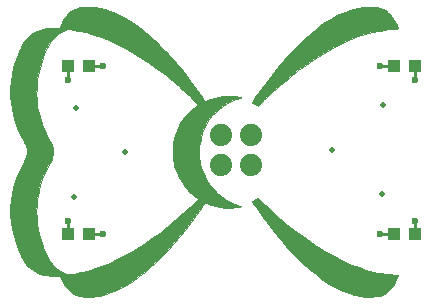
<source format=gbr>
G04 #@! TF.GenerationSoftware,KiCad,Pcbnew,5.1.2*
G04 #@! TF.CreationDate,2019-06-28T20:41:13-07:00*
G04 #@! TF.ProjectId,bow-tie.svg.2019_06_28_19_52_47.0,626f772d-7469-4652-9e73-76672e323031,rev?*
G04 #@! TF.SameCoordinates,Original*
G04 #@! TF.FileFunction,Copper,L1,Top*
G04 #@! TF.FilePolarity,Positive*
%FSLAX46Y46*%
G04 Gerber Fmt 4.6, Leading zero omitted, Abs format (unit mm)*
G04 Created by KiCad (PCBNEW 5.1.2) date 2019-06-28 20:41:13*
%MOMM*%
%LPD*%
G04 APERTURE LIST*
%ADD10C,0.010000*%
%ADD11C,0.500000*%
%ADD12C,1.879600*%
%ADD13R,0.998220X0.998220*%
%ADD14C,0.600000*%
%ADD15C,0.250000*%
G04 APERTURE END LIST*
D10*
G36*
X-11640514Y12293325D02*
G01*
X-11486597Y12287813D01*
X-11364592Y12278105D01*
X-10925502Y12209740D01*
X-10481969Y12103531D01*
X-10033335Y11959130D01*
X-9578946Y11776194D01*
X-9118143Y11554375D01*
X-8650272Y11293328D01*
X-8174675Y10992708D01*
X-7690695Y10652169D01*
X-7197677Y10271364D01*
X-6694965Y9849948D01*
X-6604167Y9770433D01*
X-6481752Y9659610D01*
X-6335990Y9522771D01*
X-6172086Y9365153D01*
X-5995246Y9191994D01*
X-5810675Y9008533D01*
X-5623578Y8820007D01*
X-5439163Y8631654D01*
X-5262633Y8448711D01*
X-5099195Y8276418D01*
X-4954054Y8120011D01*
X-4856159Y8011583D01*
X-4286774Y7351080D01*
X-3723578Y6659104D01*
X-3174916Y5946462D01*
X-2649132Y5223961D01*
X-2204442Y4577292D01*
X-2142285Y4485997D01*
X-2087528Y4408783D01*
X-2044742Y4351851D01*
X-2018499Y4321407D01*
X-2013343Y4318000D01*
X-1986472Y4326198D01*
X-1932533Y4347768D01*
X-1862818Y4378177D01*
X-1857516Y4380575D01*
X-1539001Y4506275D01*
X-1193171Y4608524D01*
X-829008Y4685658D01*
X-455492Y4736017D01*
X-81603Y4757938D01*
X169333Y4755711D01*
X290697Y4748889D01*
X424720Y4737664D01*
X563551Y4723092D01*
X699333Y4706224D01*
X824214Y4688114D01*
X930339Y4669815D01*
X1009854Y4652379D01*
X1054618Y4637021D01*
X1051619Y4624044D01*
X1011403Y4605423D01*
X938384Y4583200D01*
X938201Y4583152D01*
X585083Y4470282D01*
X229953Y4319882D01*
X-120452Y4135841D01*
X-459395Y3922048D01*
X-780139Y3682392D01*
X-1075945Y3420762D01*
X-1076655Y3420077D01*
X-1378005Y3099890D01*
X-1647530Y2752974D01*
X-1883848Y2382016D01*
X-2085575Y1989706D01*
X-2251330Y1578730D01*
X-2379731Y1151777D01*
X-2469238Y712526D01*
X-2487079Y562867D01*
X-2499507Y383267D01*
X-2506522Y184617D01*
X-2508128Y-22197D01*
X-2504324Y-226285D01*
X-2495115Y-416758D01*
X-2480500Y-582729D01*
X-2469019Y-666750D01*
X-2396898Y-1037789D01*
X-2304236Y-1382263D01*
X-2187144Y-1712525D01*
X-2041731Y-2040931D01*
X-2026689Y-2071698D01*
X-1812889Y-2458394D01*
X-1565096Y-2821382D01*
X-1285620Y-3158731D01*
X-976771Y-3468507D01*
X-640859Y-3748779D01*
X-280195Y-3997613D01*
X102910Y-4213078D01*
X506148Y-4393242D01*
X915704Y-4532840D01*
X988271Y-4556388D01*
X1037360Y-4577189D01*
X1055489Y-4591873D01*
X1053287Y-4594864D01*
X1012646Y-4608025D01*
X938096Y-4624284D01*
X837829Y-4642321D01*
X720039Y-4660815D01*
X592919Y-4678446D01*
X464661Y-4693894D01*
X391583Y-4701469D01*
X42999Y-4718280D01*
X-322906Y-4704927D01*
X-695460Y-4663007D01*
X-1063992Y-4594115D01*
X-1417831Y-4499846D01*
X-1746250Y-4381819D01*
X-1836427Y-4344739D01*
X-1914444Y-4313196D01*
X-1970538Y-4291107D01*
X-1992429Y-4283074D01*
X-2010835Y-4288661D01*
X-2040523Y-4316068D01*
X-2083845Y-4368279D01*
X-2143157Y-4448280D01*
X-2220811Y-4559055D01*
X-2289814Y-4660151D01*
X-2750949Y-5323547D01*
X-3222462Y-5967927D01*
X-3702343Y-6591066D01*
X-4188585Y-7190736D01*
X-4679178Y-7764711D01*
X-5172114Y-8310764D01*
X-5665385Y-8826668D01*
X-6156982Y-9310197D01*
X-6644897Y-9759124D01*
X-7127122Y-10171222D01*
X-7588250Y-10534196D01*
X-8075235Y-10883853D01*
X-8553580Y-11193031D01*
X-9024655Y-11462382D01*
X-9489831Y-11692561D01*
X-9950477Y-11884222D01*
X-10407962Y-12038017D01*
X-10863658Y-12154601D01*
X-11070167Y-12195397D01*
X-11179824Y-12210768D01*
X-11320335Y-12223983D01*
X-11482575Y-12234778D01*
X-11657419Y-12242887D01*
X-11835742Y-12248046D01*
X-12008421Y-12249992D01*
X-12166330Y-12248460D01*
X-12300344Y-12243186D01*
X-12401105Y-12233938D01*
X-12668452Y-12185328D01*
X-12903859Y-12117300D01*
X-13114249Y-12027230D01*
X-13306542Y-11912491D01*
X-13370987Y-11865915D01*
X-13547121Y-11712496D01*
X-13718502Y-11524822D01*
X-13879568Y-11310964D01*
X-14024760Y-11078993D01*
X-14148518Y-10836979D01*
X-14242751Y-10600483D01*
X-14280383Y-10489771D01*
X-14627900Y-10484624D01*
X-14866748Y-10478067D01*
X-15096690Y-10465961D01*
X-15309573Y-10448968D01*
X-15497245Y-10427750D01*
X-15651554Y-10402968D01*
X-15663333Y-10400624D01*
X-15982104Y-10314675D01*
X-16285869Y-10189940D01*
X-16571132Y-10028366D01*
X-16834395Y-9831899D01*
X-17045557Y-9631197D01*
X-17157318Y-9505594D01*
X-17257524Y-9376946D01*
X-17351645Y-9236843D01*
X-17445151Y-9076880D01*
X-17543511Y-8888647D01*
X-17589714Y-8794750D01*
X-17838218Y-8238984D01*
X-18046716Y-7678138D01*
X-18216572Y-7107513D01*
X-18349147Y-6522412D01*
X-18445805Y-5918138D01*
X-18461584Y-5789083D01*
X-18473303Y-5653864D01*
X-18481682Y-5485533D01*
X-18486788Y-5293176D01*
X-18488688Y-5085877D01*
X-18488162Y-4995333D01*
X-16277022Y-4995333D01*
X-16259229Y-5553549D01*
X-16205280Y-6101737D01*
X-16114320Y-6643801D01*
X-15985494Y-7183647D01*
X-15817946Y-7725179D01*
X-15610822Y-8272303D01*
X-15505267Y-8519583D01*
X-15389702Y-8771935D01*
X-15280926Y-8988736D01*
X-15175671Y-9175558D01*
X-15070666Y-9337972D01*
X-14962642Y-9481548D01*
X-14892215Y-9564109D01*
X-14654378Y-9800860D01*
X-14396724Y-10000608D01*
X-14116917Y-10164906D01*
X-13812620Y-10295308D01*
X-13768917Y-10310611D01*
X-13709755Y-10330563D01*
X-13660166Y-10345133D01*
X-13613382Y-10354178D01*
X-13562637Y-10357552D01*
X-13501164Y-10355110D01*
X-13422197Y-10346708D01*
X-13318969Y-10332200D01*
X-13184714Y-10311442D01*
X-13086968Y-10296008D01*
X-12497435Y-10185375D01*
X-11901737Y-10038602D01*
X-11298704Y-9855222D01*
X-10687172Y-9634767D01*
X-10065972Y-9376770D01*
X-9433938Y-9080763D01*
X-8789902Y-8746277D01*
X-8132699Y-8372846D01*
X-7821083Y-8185066D01*
X-7170457Y-7769740D01*
X-6511654Y-7317281D01*
X-5848905Y-6831033D01*
X-5186437Y-6314339D01*
X-4528479Y-5770543D01*
X-3879260Y-5202987D01*
X-3243008Y-4615015D01*
X-2955354Y-4338128D01*
X-2576957Y-3969135D01*
X-2637854Y-3922267D01*
X-2680793Y-3889701D01*
X-2747215Y-3839878D01*
X-2826560Y-3780703D01*
X-2878457Y-3742158D01*
X-3016447Y-3632381D01*
X-3169282Y-3498127D01*
X-3326830Y-3349096D01*
X-3478958Y-3194991D01*
X-3615536Y-3045514D01*
X-3658628Y-2995083D01*
X-3909715Y-2663846D01*
X-4133697Y-2304762D01*
X-4326693Y-1925382D01*
X-4484821Y-1533255D01*
X-4594057Y-1175911D01*
X-4633609Y-1019505D01*
X-4664717Y-885035D01*
X-4688376Y-763730D01*
X-4705581Y-646818D01*
X-4717325Y-525526D01*
X-4724605Y-391081D01*
X-4728414Y-234712D01*
X-4729748Y-47647D01*
X-4729815Y21167D01*
X-4729071Y220088D01*
X-4726174Y385463D01*
X-4720130Y526066D01*
X-4709945Y650667D01*
X-4694623Y768040D01*
X-4673169Y886957D01*
X-4644589Y1016190D01*
X-4607888Y1164510D01*
X-4594057Y1218244D01*
X-4465154Y1632308D01*
X-4297146Y2033200D01*
X-4091990Y2418036D01*
X-3851644Y2783932D01*
X-3578068Y3128006D01*
X-3273218Y3447371D01*
X-2939055Y3739146D01*
X-2819920Y3830947D01*
X-2581256Y4009003D01*
X-2735253Y4165657D01*
X-2901613Y4331577D01*
X-3094715Y4518493D01*
X-3308397Y4720764D01*
X-3536501Y4932747D01*
X-3772867Y5148799D01*
X-4011334Y5363278D01*
X-4245744Y5570541D01*
X-4469936Y5764947D01*
X-4624917Y5896605D01*
X-5336178Y6477597D01*
X-6041990Y7019963D01*
X-6741953Y7523495D01*
X-7435665Y7987986D01*
X-8122727Y8413226D01*
X-8802736Y8799008D01*
X-9475293Y9145123D01*
X-10139996Y9451365D01*
X-10796444Y9717524D01*
X-11444236Y9943392D01*
X-12082973Y10128763D01*
X-12712252Y10273426D01*
X-13229167Y10362738D01*
X-13359472Y10381450D01*
X-13455996Y10393966D01*
X-13526789Y10400598D01*
X-13579899Y10401657D01*
X-13623376Y10397453D01*
X-13665269Y10388297D01*
X-13692707Y10380639D01*
X-13856433Y10324016D01*
X-14034529Y10247002D01*
X-14209934Y10157564D01*
X-14351503Y10072964D01*
X-14557437Y9926749D01*
X-14739694Y9770543D01*
X-14903424Y9598184D01*
X-15053778Y9403510D01*
X-15195906Y9180358D01*
X-15334959Y8922566D01*
X-15366792Y8858250D01*
X-15623995Y8284882D01*
X-15839597Y7704511D01*
X-16013518Y7117404D01*
X-16145674Y6523828D01*
X-16214792Y6093549D01*
X-16234932Y5911740D01*
X-16251275Y5698608D01*
X-16263551Y5464934D01*
X-16271488Y5221502D01*
X-16274816Y4979096D01*
X-16273264Y4748498D01*
X-16266561Y4540492D01*
X-16257366Y4398289D01*
X-16188055Y3826772D01*
X-16077028Y3260894D01*
X-15924212Y2700421D01*
X-15729531Y2145115D01*
X-15492910Y1594741D01*
X-15214274Y1049062D01*
X-15166281Y963046D01*
X-15070232Y785268D01*
X-14997295Y631105D01*
X-14943978Y491236D01*
X-14906794Y356345D01*
X-14882253Y217111D01*
X-14879752Y197741D01*
X-14867539Y9674D01*
X-14879966Y-173616D01*
X-14918765Y-359043D01*
X-14985670Y-553524D01*
X-15082415Y-763974D01*
X-15154835Y-899583D01*
X-15408357Y-1379840D01*
X-15625694Y-1847509D01*
X-15808872Y-2308221D01*
X-15959921Y-2767604D01*
X-16080868Y-3231287D01*
X-16173740Y-3704898D01*
X-16180518Y-3746500D01*
X-16216195Y-3985122D01*
X-16242542Y-4202733D01*
X-16260649Y-4413440D01*
X-16271606Y-4631350D01*
X-16276504Y-4870571D01*
X-16277022Y-4995333D01*
X-18488162Y-4995333D01*
X-18487448Y-4872720D01*
X-18483137Y-4662791D01*
X-18475820Y-4465174D01*
X-18465565Y-4288954D01*
X-18452437Y-4143215D01*
X-18449269Y-4116917D01*
X-18363643Y-3570835D01*
X-18247678Y-3045082D01*
X-18099384Y-2533772D01*
X-17916776Y-2031017D01*
X-17697864Y-1530931D01*
X-17440660Y-1027627D01*
X-17352663Y-869714D01*
X-17227193Y-620260D01*
X-17140931Y-381291D01*
X-17093155Y-149236D01*
X-17083139Y79472D01*
X-17110160Y308404D01*
X-17111912Y317178D01*
X-17143330Y449834D01*
X-17183490Y572675D01*
X-17237349Y697901D01*
X-17309860Y837714D01*
X-17357373Y921600D01*
X-17643159Y1456955D01*
X-17888933Y2005975D01*
X-18094532Y2568160D01*
X-18259789Y3143010D01*
X-18384539Y3730025D01*
X-18460480Y4254500D01*
X-18472687Y4396750D01*
X-18481381Y4571862D01*
X-18486622Y4770512D01*
X-18488468Y4983381D01*
X-18486980Y5201146D01*
X-18482217Y5414485D01*
X-18474236Y5614079D01*
X-18463099Y5790604D01*
X-18449865Y5926667D01*
X-18359396Y6517223D01*
X-18233830Y7089482D01*
X-18071501Y7649086D01*
X-17870740Y8201677D01*
X-17629880Y8752898D01*
X-17589573Y8837083D01*
X-17487399Y9040500D01*
X-17392421Y9211955D01*
X-17299158Y9359876D01*
X-17202128Y9492694D01*
X-17095849Y9618835D01*
X-17045557Y9673531D01*
X-16803228Y9901022D01*
X-16537979Y10093101D01*
X-16251012Y10249143D01*
X-15943529Y10368525D01*
X-15616730Y10450623D01*
X-15515167Y10467879D01*
X-15434666Y10477998D01*
X-15326330Y10488597D01*
X-15197686Y10499233D01*
X-15056263Y10509463D01*
X-14909591Y10518845D01*
X-14765197Y10526935D01*
X-14630612Y10533290D01*
X-14513362Y10537467D01*
X-14420979Y10539024D01*
X-14360989Y10537518D01*
X-14350453Y10536405D01*
X-14318055Y10534014D01*
X-14294893Y10543573D01*
X-14274363Y10572910D01*
X-14249860Y10629855D01*
X-14231829Y10677020D01*
X-14087260Y11006296D01*
X-13913765Y11304934D01*
X-13711501Y11572687D01*
X-13568432Y11726333D01*
X-13378276Y11897364D01*
X-13187878Y12031473D01*
X-12988697Y12133251D01*
X-12772188Y12207290D01*
X-12601552Y12245854D01*
X-12487720Y12262030D01*
X-12341803Y12275253D01*
X-12173962Y12285259D01*
X-11994359Y12291783D01*
X-11813156Y12294560D01*
X-11640514Y12293325D01*
X-11640514Y12293325D01*
G37*
X-11640514Y12293325D02*
X-11486597Y12287813D01*
X-11364592Y12278105D01*
X-10925502Y12209740D01*
X-10481969Y12103531D01*
X-10033335Y11959130D01*
X-9578946Y11776194D01*
X-9118143Y11554375D01*
X-8650272Y11293328D01*
X-8174675Y10992708D01*
X-7690695Y10652169D01*
X-7197677Y10271364D01*
X-6694965Y9849948D01*
X-6604167Y9770433D01*
X-6481752Y9659610D01*
X-6335990Y9522771D01*
X-6172086Y9365153D01*
X-5995246Y9191994D01*
X-5810675Y9008533D01*
X-5623578Y8820007D01*
X-5439163Y8631654D01*
X-5262633Y8448711D01*
X-5099195Y8276418D01*
X-4954054Y8120011D01*
X-4856159Y8011583D01*
X-4286774Y7351080D01*
X-3723578Y6659104D01*
X-3174916Y5946462D01*
X-2649132Y5223961D01*
X-2204442Y4577292D01*
X-2142285Y4485997D01*
X-2087528Y4408783D01*
X-2044742Y4351851D01*
X-2018499Y4321407D01*
X-2013343Y4318000D01*
X-1986472Y4326198D01*
X-1932533Y4347768D01*
X-1862818Y4378177D01*
X-1857516Y4380575D01*
X-1539001Y4506275D01*
X-1193171Y4608524D01*
X-829008Y4685658D01*
X-455492Y4736017D01*
X-81603Y4757938D01*
X169333Y4755711D01*
X290697Y4748889D01*
X424720Y4737664D01*
X563551Y4723092D01*
X699333Y4706224D01*
X824214Y4688114D01*
X930339Y4669815D01*
X1009854Y4652379D01*
X1054618Y4637021D01*
X1051619Y4624044D01*
X1011403Y4605423D01*
X938384Y4583200D01*
X938201Y4583152D01*
X585083Y4470282D01*
X229953Y4319882D01*
X-120452Y4135841D01*
X-459395Y3922048D01*
X-780139Y3682392D01*
X-1075945Y3420762D01*
X-1076655Y3420077D01*
X-1378005Y3099890D01*
X-1647530Y2752974D01*
X-1883848Y2382016D01*
X-2085575Y1989706D01*
X-2251330Y1578730D01*
X-2379731Y1151777D01*
X-2469238Y712526D01*
X-2487079Y562867D01*
X-2499507Y383267D01*
X-2506522Y184617D01*
X-2508128Y-22197D01*
X-2504324Y-226285D01*
X-2495115Y-416758D01*
X-2480500Y-582729D01*
X-2469019Y-666750D01*
X-2396898Y-1037789D01*
X-2304236Y-1382263D01*
X-2187144Y-1712525D01*
X-2041731Y-2040931D01*
X-2026689Y-2071698D01*
X-1812889Y-2458394D01*
X-1565096Y-2821382D01*
X-1285620Y-3158731D01*
X-976771Y-3468507D01*
X-640859Y-3748779D01*
X-280195Y-3997613D01*
X102910Y-4213078D01*
X506148Y-4393242D01*
X915704Y-4532840D01*
X988271Y-4556388D01*
X1037360Y-4577189D01*
X1055489Y-4591873D01*
X1053287Y-4594864D01*
X1012646Y-4608025D01*
X938096Y-4624284D01*
X837829Y-4642321D01*
X720039Y-4660815D01*
X592919Y-4678446D01*
X464661Y-4693894D01*
X391583Y-4701469D01*
X42999Y-4718280D01*
X-322906Y-4704927D01*
X-695460Y-4663007D01*
X-1063992Y-4594115D01*
X-1417831Y-4499846D01*
X-1746250Y-4381819D01*
X-1836427Y-4344739D01*
X-1914444Y-4313196D01*
X-1970538Y-4291107D01*
X-1992429Y-4283074D01*
X-2010835Y-4288661D01*
X-2040523Y-4316068D01*
X-2083845Y-4368279D01*
X-2143157Y-4448280D01*
X-2220811Y-4559055D01*
X-2289814Y-4660151D01*
X-2750949Y-5323547D01*
X-3222462Y-5967927D01*
X-3702343Y-6591066D01*
X-4188585Y-7190736D01*
X-4679178Y-7764711D01*
X-5172114Y-8310764D01*
X-5665385Y-8826668D01*
X-6156982Y-9310197D01*
X-6644897Y-9759124D01*
X-7127122Y-10171222D01*
X-7588250Y-10534196D01*
X-8075235Y-10883853D01*
X-8553580Y-11193031D01*
X-9024655Y-11462382D01*
X-9489831Y-11692561D01*
X-9950477Y-11884222D01*
X-10407962Y-12038017D01*
X-10863658Y-12154601D01*
X-11070167Y-12195397D01*
X-11179824Y-12210768D01*
X-11320335Y-12223983D01*
X-11482575Y-12234778D01*
X-11657419Y-12242887D01*
X-11835742Y-12248046D01*
X-12008421Y-12249992D01*
X-12166330Y-12248460D01*
X-12300344Y-12243186D01*
X-12401105Y-12233938D01*
X-12668452Y-12185328D01*
X-12903859Y-12117300D01*
X-13114249Y-12027230D01*
X-13306542Y-11912491D01*
X-13370987Y-11865915D01*
X-13547121Y-11712496D01*
X-13718502Y-11524822D01*
X-13879568Y-11310964D01*
X-14024760Y-11078993D01*
X-14148518Y-10836979D01*
X-14242751Y-10600483D01*
X-14280383Y-10489771D01*
X-14627900Y-10484624D01*
X-14866748Y-10478067D01*
X-15096690Y-10465961D01*
X-15309573Y-10448968D01*
X-15497245Y-10427750D01*
X-15651554Y-10402968D01*
X-15663333Y-10400624D01*
X-15982104Y-10314675D01*
X-16285869Y-10189940D01*
X-16571132Y-10028366D01*
X-16834395Y-9831899D01*
X-17045557Y-9631197D01*
X-17157318Y-9505594D01*
X-17257524Y-9376946D01*
X-17351645Y-9236843D01*
X-17445151Y-9076880D01*
X-17543511Y-8888647D01*
X-17589714Y-8794750D01*
X-17838218Y-8238984D01*
X-18046716Y-7678138D01*
X-18216572Y-7107513D01*
X-18349147Y-6522412D01*
X-18445805Y-5918138D01*
X-18461584Y-5789083D01*
X-18473303Y-5653864D01*
X-18481682Y-5485533D01*
X-18486788Y-5293176D01*
X-18488688Y-5085877D01*
X-18488162Y-4995333D01*
X-16277022Y-4995333D01*
X-16259229Y-5553549D01*
X-16205280Y-6101737D01*
X-16114320Y-6643801D01*
X-15985494Y-7183647D01*
X-15817946Y-7725179D01*
X-15610822Y-8272303D01*
X-15505267Y-8519583D01*
X-15389702Y-8771935D01*
X-15280926Y-8988736D01*
X-15175671Y-9175558D01*
X-15070666Y-9337972D01*
X-14962642Y-9481548D01*
X-14892215Y-9564109D01*
X-14654378Y-9800860D01*
X-14396724Y-10000608D01*
X-14116917Y-10164906D01*
X-13812620Y-10295308D01*
X-13768917Y-10310611D01*
X-13709755Y-10330563D01*
X-13660166Y-10345133D01*
X-13613382Y-10354178D01*
X-13562637Y-10357552D01*
X-13501164Y-10355110D01*
X-13422197Y-10346708D01*
X-13318969Y-10332200D01*
X-13184714Y-10311442D01*
X-13086968Y-10296008D01*
X-12497435Y-10185375D01*
X-11901737Y-10038602D01*
X-11298704Y-9855222D01*
X-10687172Y-9634767D01*
X-10065972Y-9376770D01*
X-9433938Y-9080763D01*
X-8789902Y-8746277D01*
X-8132699Y-8372846D01*
X-7821083Y-8185066D01*
X-7170457Y-7769740D01*
X-6511654Y-7317281D01*
X-5848905Y-6831033D01*
X-5186437Y-6314339D01*
X-4528479Y-5770543D01*
X-3879260Y-5202987D01*
X-3243008Y-4615015D01*
X-2955354Y-4338128D01*
X-2576957Y-3969135D01*
X-2637854Y-3922267D01*
X-2680793Y-3889701D01*
X-2747215Y-3839878D01*
X-2826560Y-3780703D01*
X-2878457Y-3742158D01*
X-3016447Y-3632381D01*
X-3169282Y-3498127D01*
X-3326830Y-3349096D01*
X-3478958Y-3194991D01*
X-3615536Y-3045514D01*
X-3658628Y-2995083D01*
X-3909715Y-2663846D01*
X-4133697Y-2304762D01*
X-4326693Y-1925382D01*
X-4484821Y-1533255D01*
X-4594057Y-1175911D01*
X-4633609Y-1019505D01*
X-4664717Y-885035D01*
X-4688376Y-763730D01*
X-4705581Y-646818D01*
X-4717325Y-525526D01*
X-4724605Y-391081D01*
X-4728414Y-234712D01*
X-4729748Y-47647D01*
X-4729815Y21167D01*
X-4729071Y220088D01*
X-4726174Y385463D01*
X-4720130Y526066D01*
X-4709945Y650667D01*
X-4694623Y768040D01*
X-4673169Y886957D01*
X-4644589Y1016190D01*
X-4607888Y1164510D01*
X-4594057Y1218244D01*
X-4465154Y1632308D01*
X-4297146Y2033200D01*
X-4091990Y2418036D01*
X-3851644Y2783932D01*
X-3578068Y3128006D01*
X-3273218Y3447371D01*
X-2939055Y3739146D01*
X-2819920Y3830947D01*
X-2581256Y4009003D01*
X-2735253Y4165657D01*
X-2901613Y4331577D01*
X-3094715Y4518493D01*
X-3308397Y4720764D01*
X-3536501Y4932747D01*
X-3772867Y5148799D01*
X-4011334Y5363278D01*
X-4245744Y5570541D01*
X-4469936Y5764947D01*
X-4624917Y5896605D01*
X-5336178Y6477597D01*
X-6041990Y7019963D01*
X-6741953Y7523495D01*
X-7435665Y7987986D01*
X-8122727Y8413226D01*
X-8802736Y8799008D01*
X-9475293Y9145123D01*
X-10139996Y9451365D01*
X-10796444Y9717524D01*
X-11444236Y9943392D01*
X-12082973Y10128763D01*
X-12712252Y10273426D01*
X-13229167Y10362738D01*
X-13359472Y10381450D01*
X-13455996Y10393966D01*
X-13526789Y10400598D01*
X-13579899Y10401657D01*
X-13623376Y10397453D01*
X-13665269Y10388297D01*
X-13692707Y10380639D01*
X-13856433Y10324016D01*
X-14034529Y10247002D01*
X-14209934Y10157564D01*
X-14351503Y10072964D01*
X-14557437Y9926749D01*
X-14739694Y9770543D01*
X-14903424Y9598184D01*
X-15053778Y9403510D01*
X-15195906Y9180358D01*
X-15334959Y8922566D01*
X-15366792Y8858250D01*
X-15623995Y8284882D01*
X-15839597Y7704511D01*
X-16013518Y7117404D01*
X-16145674Y6523828D01*
X-16214792Y6093549D01*
X-16234932Y5911740D01*
X-16251275Y5698608D01*
X-16263551Y5464934D01*
X-16271488Y5221502D01*
X-16274816Y4979096D01*
X-16273264Y4748498D01*
X-16266561Y4540492D01*
X-16257366Y4398289D01*
X-16188055Y3826772D01*
X-16077028Y3260894D01*
X-15924212Y2700421D01*
X-15729531Y2145115D01*
X-15492910Y1594741D01*
X-15214274Y1049062D01*
X-15166281Y963046D01*
X-15070232Y785268D01*
X-14997295Y631105D01*
X-14943978Y491236D01*
X-14906794Y356345D01*
X-14882253Y217111D01*
X-14879752Y197741D01*
X-14867539Y9674D01*
X-14879966Y-173616D01*
X-14918765Y-359043D01*
X-14985670Y-553524D01*
X-15082415Y-763974D01*
X-15154835Y-899583D01*
X-15408357Y-1379840D01*
X-15625694Y-1847509D01*
X-15808872Y-2308221D01*
X-15959921Y-2767604D01*
X-16080868Y-3231287D01*
X-16173740Y-3704898D01*
X-16180518Y-3746500D01*
X-16216195Y-3985122D01*
X-16242542Y-4202733D01*
X-16260649Y-4413440D01*
X-16271606Y-4631350D01*
X-16276504Y-4870571D01*
X-16277022Y-4995333D01*
X-18488162Y-4995333D01*
X-18487448Y-4872720D01*
X-18483137Y-4662791D01*
X-18475820Y-4465174D01*
X-18465565Y-4288954D01*
X-18452437Y-4143215D01*
X-18449269Y-4116917D01*
X-18363643Y-3570835D01*
X-18247678Y-3045082D01*
X-18099384Y-2533772D01*
X-17916776Y-2031017D01*
X-17697864Y-1530931D01*
X-17440660Y-1027627D01*
X-17352663Y-869714D01*
X-17227193Y-620260D01*
X-17140931Y-381291D01*
X-17093155Y-149236D01*
X-17083139Y79472D01*
X-17110160Y308404D01*
X-17111912Y317178D01*
X-17143330Y449834D01*
X-17183490Y572675D01*
X-17237349Y697901D01*
X-17309860Y837714D01*
X-17357373Y921600D01*
X-17643159Y1456955D01*
X-17888933Y2005975D01*
X-18094532Y2568160D01*
X-18259789Y3143010D01*
X-18384539Y3730025D01*
X-18460480Y4254500D01*
X-18472687Y4396750D01*
X-18481381Y4571862D01*
X-18486622Y4770512D01*
X-18488468Y4983381D01*
X-18486980Y5201146D01*
X-18482217Y5414485D01*
X-18474236Y5614079D01*
X-18463099Y5790604D01*
X-18449865Y5926667D01*
X-18359396Y6517223D01*
X-18233830Y7089482D01*
X-18071501Y7649086D01*
X-17870740Y8201677D01*
X-17629880Y8752898D01*
X-17589573Y8837083D01*
X-17487399Y9040500D01*
X-17392421Y9211955D01*
X-17299158Y9359876D01*
X-17202128Y9492694D01*
X-17095849Y9618835D01*
X-17045557Y9673531D01*
X-16803228Y9901022D01*
X-16537979Y10093101D01*
X-16251012Y10249143D01*
X-15943529Y10368525D01*
X-15616730Y10450623D01*
X-15515167Y10467879D01*
X-15434666Y10477998D01*
X-15326330Y10488597D01*
X-15197686Y10499233D01*
X-15056263Y10509463D01*
X-14909591Y10518845D01*
X-14765197Y10526935D01*
X-14630612Y10533290D01*
X-14513362Y10537467D01*
X-14420979Y10539024D01*
X-14360989Y10537518D01*
X-14350453Y10536405D01*
X-14318055Y10534014D01*
X-14294893Y10543573D01*
X-14274363Y10572910D01*
X-14249860Y10629855D01*
X-14231829Y10677020D01*
X-14087260Y11006296D01*
X-13913765Y11304934D01*
X-13711501Y11572687D01*
X-13568432Y11726333D01*
X-13378276Y11897364D01*
X-13187878Y12031473D01*
X-12988697Y12133251D01*
X-12772188Y12207290D01*
X-12601552Y12245854D01*
X-12487720Y12262030D01*
X-12341803Y12275253D01*
X-12173962Y12285259D01*
X-11994359Y12291783D01*
X-11813156Y12294560D01*
X-11640514Y12293325D01*
G36*
X2925631Y-4308944D02*
G01*
X3555332Y-4909368D01*
X4210268Y-5497605D01*
X4884020Y-6068460D01*
X5570175Y-6616737D01*
X6262314Y-7137242D01*
X6954023Y-7624779D01*
X7334250Y-7878491D01*
X7966066Y-8275975D01*
X8596889Y-8642232D01*
X9224573Y-8976317D01*
X9846978Y-9277285D01*
X10461959Y-9544192D01*
X11067373Y-9776092D01*
X11661077Y-9972041D01*
X12240927Y-10131093D01*
X12650690Y-10222646D01*
X12793856Y-10248722D01*
X12966954Y-10275947D01*
X13158749Y-10302920D01*
X13358004Y-10328241D01*
X13553483Y-10350508D01*
X13733950Y-10368320D01*
X13888169Y-10380277D01*
X13936028Y-10382922D01*
X14042676Y-10388520D01*
X14139787Y-10394632D01*
X14216165Y-10400491D01*
X14258663Y-10405023D01*
X14325076Y-10415026D01*
X14254481Y-10604908D01*
X14115856Y-10931089D01*
X13954905Y-11222870D01*
X13770107Y-11482721D01*
X13589148Y-11684339D01*
X13441464Y-11822082D01*
X13294458Y-11936507D01*
X13142545Y-12029532D01*
X12980143Y-12103076D01*
X12801669Y-12159058D01*
X12601540Y-12199398D01*
X12374171Y-12226014D01*
X12113980Y-12240825D01*
X11959167Y-12244571D01*
X11817559Y-12246267D01*
X11686909Y-12246999D01*
X11574298Y-12246796D01*
X11486808Y-12245682D01*
X11431520Y-12243685D01*
X11419417Y-12242562D01*
X11236434Y-12215389D01*
X11085037Y-12191168D01*
X10954769Y-12167918D01*
X10835172Y-12143658D01*
X10715786Y-12116405D01*
X10593917Y-12086162D01*
X10156024Y-11956201D01*
X9711482Y-11787981D01*
X9259695Y-11581154D01*
X8800067Y-11335369D01*
X8332004Y-11050276D01*
X7854909Y-10725524D01*
X7368188Y-10360764D01*
X6871246Y-9955645D01*
X6653997Y-9768710D01*
X6538191Y-9664850D01*
X6398911Y-9535558D01*
X6241658Y-9386264D01*
X6071929Y-9222402D01*
X5895224Y-9049404D01*
X5717043Y-8872704D01*
X5542883Y-8697733D01*
X5378245Y-8529924D01*
X5228627Y-8374710D01*
X5099528Y-8237524D01*
X5054778Y-8188818D01*
X4492867Y-7552138D01*
X3932865Y-6878494D01*
X3378923Y-6173196D01*
X2835193Y-5441555D01*
X2305826Y-4688880D01*
X2219052Y-4561417D01*
X2144641Y-4451410D01*
X2077931Y-4352436D01*
X2022729Y-4270171D01*
X1982843Y-4210292D01*
X1962080Y-4178477D01*
X1960432Y-4175766D01*
X1970718Y-4152829D01*
X2020373Y-4116355D01*
X2109670Y-4066153D01*
X2131688Y-4054766D01*
X2222157Y-4007805D01*
X2307691Y-3962227D01*
X2374972Y-3925175D01*
X2396464Y-3912759D01*
X2475178Y-3865934D01*
X2925631Y-4308944D01*
X2925631Y-4308944D01*
G37*
X2925631Y-4308944D02*
X3555332Y-4909368D01*
X4210268Y-5497605D01*
X4884020Y-6068460D01*
X5570175Y-6616737D01*
X6262314Y-7137242D01*
X6954023Y-7624779D01*
X7334250Y-7878491D01*
X7966066Y-8275975D01*
X8596889Y-8642232D01*
X9224573Y-8976317D01*
X9846978Y-9277285D01*
X10461959Y-9544192D01*
X11067373Y-9776092D01*
X11661077Y-9972041D01*
X12240927Y-10131093D01*
X12650690Y-10222646D01*
X12793856Y-10248722D01*
X12966954Y-10275947D01*
X13158749Y-10302920D01*
X13358004Y-10328241D01*
X13553483Y-10350508D01*
X13733950Y-10368320D01*
X13888169Y-10380277D01*
X13936028Y-10382922D01*
X14042676Y-10388520D01*
X14139787Y-10394632D01*
X14216165Y-10400491D01*
X14258663Y-10405023D01*
X14325076Y-10415026D01*
X14254481Y-10604908D01*
X14115856Y-10931089D01*
X13954905Y-11222870D01*
X13770107Y-11482721D01*
X13589148Y-11684339D01*
X13441464Y-11822082D01*
X13294458Y-11936507D01*
X13142545Y-12029532D01*
X12980143Y-12103076D01*
X12801669Y-12159058D01*
X12601540Y-12199398D01*
X12374171Y-12226014D01*
X12113980Y-12240825D01*
X11959167Y-12244571D01*
X11817559Y-12246267D01*
X11686909Y-12246999D01*
X11574298Y-12246796D01*
X11486808Y-12245682D01*
X11431520Y-12243685D01*
X11419417Y-12242562D01*
X11236434Y-12215389D01*
X11085037Y-12191168D01*
X10954769Y-12167918D01*
X10835172Y-12143658D01*
X10715786Y-12116405D01*
X10593917Y-12086162D01*
X10156024Y-11956201D01*
X9711482Y-11787981D01*
X9259695Y-11581154D01*
X8800067Y-11335369D01*
X8332004Y-11050276D01*
X7854909Y-10725524D01*
X7368188Y-10360764D01*
X6871246Y-9955645D01*
X6653997Y-9768710D01*
X6538191Y-9664850D01*
X6398911Y-9535558D01*
X6241658Y-9386264D01*
X6071929Y-9222402D01*
X5895224Y-9049404D01*
X5717043Y-8872704D01*
X5542883Y-8697733D01*
X5378245Y-8529924D01*
X5228627Y-8374710D01*
X5099528Y-8237524D01*
X5054778Y-8188818D01*
X4492867Y-7552138D01*
X3932865Y-6878494D01*
X3378923Y-6173196D01*
X2835193Y-5441555D01*
X2305826Y-4688880D01*
X2219052Y-4561417D01*
X2144641Y-4451410D01*
X2077931Y-4352436D01*
X2022729Y-4270171D01*
X1982843Y-4210292D01*
X1962080Y-4178477D01*
X1960432Y-4175766D01*
X1970718Y-4152829D01*
X2020373Y-4116355D01*
X2109670Y-4066153D01*
X2131688Y-4054766D01*
X2222157Y-4007805D01*
X2307691Y-3962227D01*
X2374972Y-3925175D01*
X2396464Y-3912759D01*
X2475178Y-3865934D01*
X2925631Y-4308944D01*
G36*
X12013033Y12291485D02*
G01*
X12192969Y12284731D01*
X12359498Y12274348D01*
X12502445Y12260587D01*
X12596173Y12246729D01*
X12825136Y12194140D01*
X13024205Y12125339D01*
X13204227Y12035629D01*
X13376044Y11920310D01*
X13409714Y11894284D01*
X13624085Y11699999D01*
X13817803Y11471300D01*
X13991660Y11207056D01*
X14146447Y10906136D01*
X14216730Y10742083D01*
X14327656Y10466917D01*
X14270536Y10453546D01*
X14220136Y10446280D01*
X14144375Y10440389D01*
X14065250Y10437304D01*
X13941234Y10432033D01*
X13787402Y10420279D01*
X13600374Y10401724D01*
X13376770Y10376048D01*
X13250333Y10360457D01*
X12698650Y10272720D01*
X12131838Y10146581D01*
X11551123Y9982685D01*
X10957733Y9781674D01*
X10352893Y9544194D01*
X9737829Y9270889D01*
X9113768Y8962403D01*
X8481936Y8619380D01*
X7843560Y8242466D01*
X7199866Y7832303D01*
X6552079Y7389536D01*
X5901427Y6914810D01*
X5249136Y6408769D01*
X4596431Y5872056D01*
X4418324Y5720282D01*
X4088580Y5434005D01*
X3783021Y5161765D01*
X3490887Y4893703D01*
X3201416Y4619964D01*
X2939397Y4365625D01*
X2824879Y4253532D01*
X2720326Y4151751D01*
X2629479Y4063879D01*
X2556078Y3993514D01*
X2503864Y3944252D01*
X2476578Y3919691D01*
X2473491Y3917586D01*
X2453083Y3927644D01*
X2402402Y3954000D01*
X2328491Y3992957D01*
X2238390Y4040817D01*
X2211917Y4054937D01*
X2119618Y4106023D01*
X2043179Y4151797D01*
X1989264Y4188000D01*
X1964538Y4210373D01*
X1963745Y4213545D01*
X1979621Y4245226D01*
X2017790Y4307345D01*
X2075617Y4396124D01*
X2150468Y4507785D01*
X2239706Y4638551D01*
X2340696Y4784643D01*
X2450804Y4942285D01*
X2567395Y5107698D01*
X2687832Y5277105D01*
X2809482Y5446728D01*
X2929709Y5612789D01*
X3045878Y5771510D01*
X3126114Y5879912D01*
X3640964Y6554551D01*
X4154946Y7193869D01*
X4667563Y7797482D01*
X5178320Y8365004D01*
X5686722Y8896052D01*
X6192273Y9390240D01*
X6694478Y9847183D01*
X7192841Y10266497D01*
X7686867Y10647797D01*
X8176060Y10990698D01*
X8659926Y11294815D01*
X9137967Y11559763D01*
X9609690Y11785159D01*
X10074599Y11970616D01*
X10532198Y12115750D01*
X10981991Y12220176D01*
X11362735Y12277191D01*
X11494541Y12287464D01*
X11653644Y12293103D01*
X11829866Y12294360D01*
X12013033Y12291485D01*
X12013033Y12291485D01*
G37*
X12013033Y12291485D02*
X12192969Y12284731D01*
X12359498Y12274348D01*
X12502445Y12260587D01*
X12596173Y12246729D01*
X12825136Y12194140D01*
X13024205Y12125339D01*
X13204227Y12035629D01*
X13376044Y11920310D01*
X13409714Y11894284D01*
X13624085Y11699999D01*
X13817803Y11471300D01*
X13991660Y11207056D01*
X14146447Y10906136D01*
X14216730Y10742083D01*
X14327656Y10466917D01*
X14270536Y10453546D01*
X14220136Y10446280D01*
X14144375Y10440389D01*
X14065250Y10437304D01*
X13941234Y10432033D01*
X13787402Y10420279D01*
X13600374Y10401724D01*
X13376770Y10376048D01*
X13250333Y10360457D01*
X12698650Y10272720D01*
X12131838Y10146581D01*
X11551123Y9982685D01*
X10957733Y9781674D01*
X10352893Y9544194D01*
X9737829Y9270889D01*
X9113768Y8962403D01*
X8481936Y8619380D01*
X7843560Y8242466D01*
X7199866Y7832303D01*
X6552079Y7389536D01*
X5901427Y6914810D01*
X5249136Y6408769D01*
X4596431Y5872056D01*
X4418324Y5720282D01*
X4088580Y5434005D01*
X3783021Y5161765D01*
X3490887Y4893703D01*
X3201416Y4619964D01*
X2939397Y4365625D01*
X2824879Y4253532D01*
X2720326Y4151751D01*
X2629479Y4063879D01*
X2556078Y3993514D01*
X2503864Y3944252D01*
X2476578Y3919691D01*
X2473491Y3917586D01*
X2453083Y3927644D01*
X2402402Y3954000D01*
X2328491Y3992957D01*
X2238390Y4040817D01*
X2211917Y4054937D01*
X2119618Y4106023D01*
X2043179Y4151797D01*
X1989264Y4188000D01*
X1964538Y4210373D01*
X1963745Y4213545D01*
X1979621Y4245226D01*
X2017790Y4307345D01*
X2075617Y4396124D01*
X2150468Y4507785D01*
X2239706Y4638551D01*
X2340696Y4784643D01*
X2450804Y4942285D01*
X2567395Y5107698D01*
X2687832Y5277105D01*
X2809482Y5446728D01*
X2929709Y5612789D01*
X3045878Y5771510D01*
X3126114Y5879912D01*
X3640964Y6554551D01*
X4154946Y7193869D01*
X4667563Y7797482D01*
X5178320Y8365004D01*
X5686722Y8896052D01*
X6192273Y9390240D01*
X6694478Y9847183D01*
X7192841Y10266497D01*
X7686867Y10647797D01*
X8176060Y10990698D01*
X8659926Y11294815D01*
X9137967Y11559763D01*
X9609690Y11785159D01*
X10074599Y11970616D01*
X10532198Y12115750D01*
X10981991Y12220176D01*
X11362735Y12277191D01*
X11494541Y12287464D01*
X11653644Y12293103D01*
X11829866Y12294360D01*
X12013033Y12291485D01*
D11*
X13081000Y3937000D03*
X8763000Y127000D03*
X12954000Y-3556000D03*
X-12954000Y3683000D03*
X-8763000Y0D03*
X-13081000Y-3810000D03*
D12*
X-635000Y1397000D03*
X-635000Y-1143000D03*
X1905000Y1397000D03*
X1905000Y-1143000D03*
D13*
X-13576300Y-6985000D03*
X-11823700Y-6985000D03*
X-11823700Y7239000D03*
X-13576300Y7239000D03*
X13982700Y7239000D03*
X15735300Y7239000D03*
X15735300Y-6985000D03*
X13982700Y-6985000D03*
D14*
X-13589000Y-5842000D03*
X15748000Y-5842000D03*
X15748000Y6096000D03*
X-10668000Y7239000D03*
X-10668000Y-6985000D03*
X-13589000Y6096000D03*
X12827000Y7239000D03*
X12827000Y-6985000D03*
D15*
X-13576300Y-6985000D02*
X-13576300Y-5854700D01*
X-13576300Y-5854700D02*
X-13589000Y-5842000D01*
X15735300Y-6985000D02*
X15735300Y-5854700D01*
X15735300Y-5854700D02*
X15748000Y-5842000D01*
X15735300Y7239000D02*
X15735300Y6108700D01*
X15735300Y6108700D02*
X15748000Y6096000D01*
X-11823700Y7239000D02*
X-10668000Y7239000D01*
X-11823700Y-6985000D02*
X-10668000Y-6985000D01*
X-13589000Y7226300D02*
X-13576300Y7239000D01*
X-13576300Y7239000D02*
X-13576300Y6108700D01*
X-13576300Y6108700D02*
X-13589000Y6096000D01*
X12827000Y7239000D02*
X13982700Y7239000D01*
X13982700Y-6985000D02*
X12827000Y-6985000D01*
M02*

</source>
